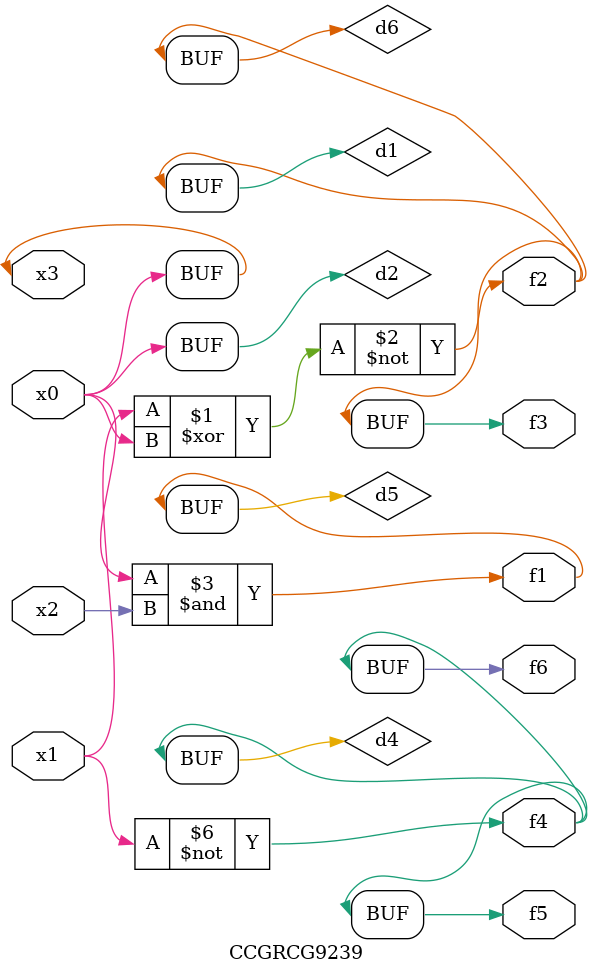
<source format=v>
module CCGRCG9239(
	input x0, x1, x2, x3,
	output f1, f2, f3, f4, f5, f6
);

	wire d1, d2, d3, d4, d5, d6;

	xnor (d1, x1, x3);
	buf (d2, x0, x3);
	nand (d3, x0, x2);
	not (d4, x1);
	nand (d5, d3);
	or (d6, d1);
	assign f1 = d5;
	assign f2 = d6;
	assign f3 = d6;
	assign f4 = d4;
	assign f5 = d4;
	assign f6 = d4;
endmodule

</source>
